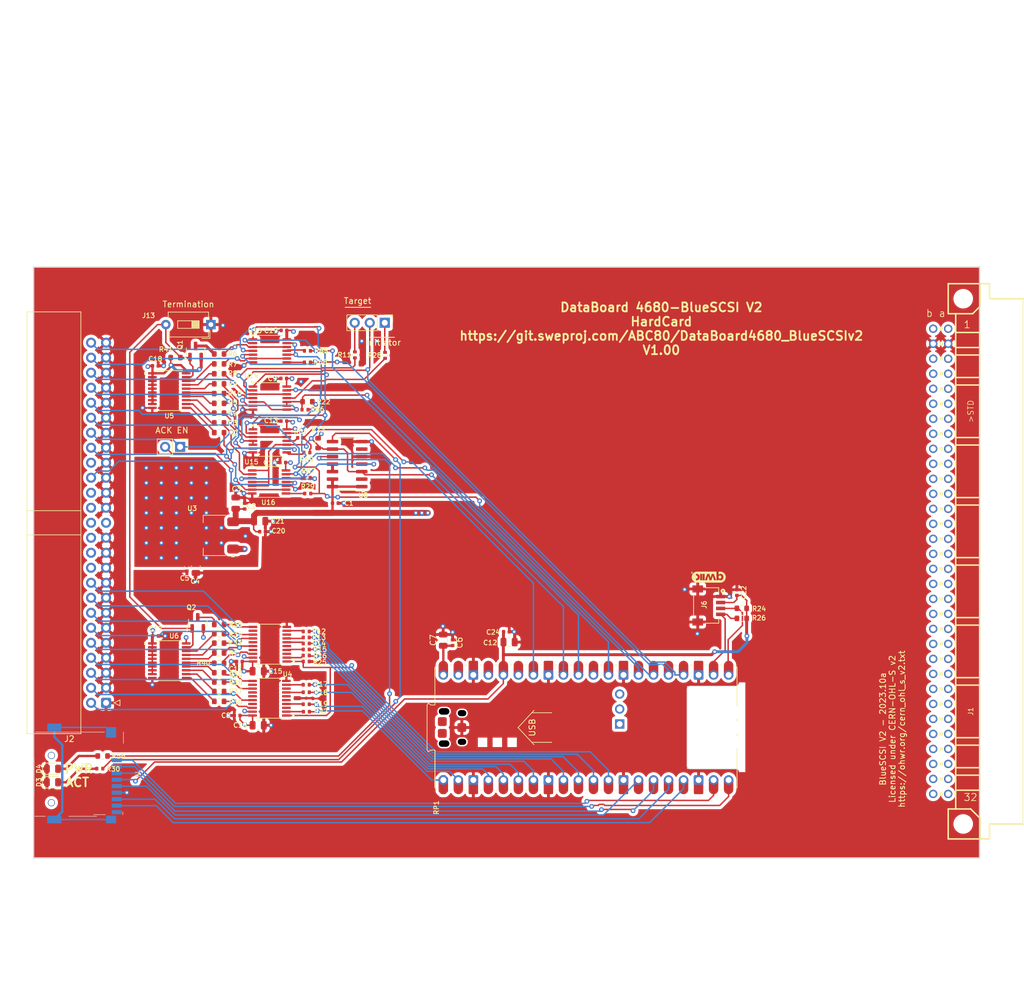
<source format=kicad_pcb>
(kicad_pcb
	(version 20240108)
	(generator "pcbnew")
	(generator_version "8.0")
	(general
		(thickness 1.6)
		(legacy_teardrops no)
	)
	(paper "A4")
	(title_block
		(title "4680-BlueSCSI V2, ")
		(date "2024-12-13")
		(rev "1.00")
		(company "SweProj.com")
	)
	(layers
		(0 "F.Cu" signal)
		(1 "In1.Cu" signal)
		(2 "In2.Cu" signal)
		(31 "B.Cu" signal)
		(32 "B.Adhes" user "B.Adhesive")
		(33 "F.Adhes" user "F.Adhesive")
		(34 "B.Paste" user)
		(35 "F.Paste" user)
		(36 "B.SilkS" user "B.Silkscreen")
		(37 "F.SilkS" user "F.Silkscreen")
		(38 "B.Mask" user)
		(39 "F.Mask" user)
		(40 "Dwgs.User" user "User.Drawings")
		(41 "Cmts.User" user "User.Comments")
		(42 "Eco1.User" user "User.Eco1")
		(43 "Eco2.User" user "User.Eco2")
		(44 "Edge.Cuts" user)
		(45 "Margin" user)
		(46 "B.CrtYd" user "B.Courtyard")
		(47 "F.CrtYd" user "F.Courtyard")
		(48 "B.Fab" user)
		(49 "F.Fab" user)
	)
	(setup
		(stackup
			(layer "F.SilkS"
				(type "Top Silk Screen")
			)
			(layer "F.Paste"
				(type "Top Solder Paste")
			)
			(layer "F.Mask"
				(type "Top Solder Mask")
				(thickness 0.01)
			)
			(layer "F.Cu"
				(type "copper")
				(thickness 0.035)
			)
			(layer "dielectric 1"
				(type "prepreg")
				(thickness 0.1)
				(material "FR4")
				(epsilon_r 4.5)
				(loss_tangent 0.02)
			)
			(layer "In1.Cu"
				(type "copper")
				(thickness 0.035)
			)
			(layer "dielectric 2"
				(type "core")
				(thickness 1.24)
				(material "FR4")
				(epsilon_r 4.5)
				(loss_tangent 0.02)
			)
			(layer "In2.Cu"
				(type "copper")
				(thickness 0.035)
			)
			(layer "dielectric 3"
				(type "prepreg")
				(thickness 0.1)
				(material "FR4")
				(epsilon_r 4.5)
				(loss_tangent 0.02)
			)
			(layer "B.Cu"
				(type "copper")
				(thickness 0.035)
			)
			(layer "B.Mask"
				(type "Bottom Solder Mask")
				(thickness 0.01)
			)
			(layer "B.Paste"
				(type "Bottom Solder Paste")
			)
			(layer "B.SilkS"
				(type "Bottom Silk Screen")
			)
			(copper_finish "None")
			(dielectric_constraints no)
		)
		(pad_to_mask_clearance 0)
		(allow_soldermask_bridges_in_footprints no)
		(aux_axis_origin 100 63.8)
		(pcbplotparams
			(layerselection 0x00010fc_ffffffff)
			(plot_on_all_layers_selection 0x0000000_00000000)
			(disableapertmacros no)
			(usegerberextensions no)
			(usegerberattributes yes)
			(usegerberadvancedattributes yes)
			(creategerberjobfile yes)
			(dashed_line_dash_ratio 12.000000)
			(dashed_line_gap_ratio 3.000000)
			(svgprecision 6)
			(plotframeref no)
			(viasonmask no)
			(mode 1)
			(useauxorigin no)
			(hpglpennumber 1)
			(hpglpenspeed 20)
			(hpglpendiameter 15.000000)
			(pdf_front_fp_property_popups yes)
			(pdf_back_fp_property_popups yes)
			(dxfpolygonmode yes)
			(dxfimperialunits yes)
			(dxfusepcbnewfont yes)
			(psnegative no)
			(psa4output no)
			(plotreference yes)
			(plotvalue yes)
			(plotfptext yes)
			(plotinvisibletext no)
			(sketchpadsonfab no)
			(subtractmaskfromsilk no)
			(outputformat 1)
			(mirror no)
			(drillshape 0)
			(scaleselection 1)
			(outputdirectory "gerber")
		)
	)
	(net 0 "")
	(net 1 "GND")
	(net 2 "+2V8")
	(net 3 "+5V")
	(net 4 "iATN")
	(net 5 "oIO")
	(net 6 "oREQ")
	(net 7 "oSEL")
	(net 8 "oBSY")
	(net 9 "SD_CLK")
	(net 10 "oCD_iSEL")
	(net 11 "ATN")
	(net 12 "BSY")
	(net 13 "DBP")
	(net 14 "ACK")
	(net 15 "RST")
	(net 16 "MSG")
	(net 17 "SEL")
	(net 18 "CD")
	(net 19 "REQ")
	(net 20 "IO")
	(net 21 "DB7")
	(net 22 "DB6")
	(net 23 "DB5")
	(net 24 "DB4")
	(net 25 "DB3")
	(net 26 "DB2")
	(net 27 "DB1")
	(net 28 "DB0")
	(net 29 "+3V3")
	(net 30 "oMSG_iBSY")
	(net 31 "+5F")
	(net 32 "SD_CMD_MOSI")
	(net 33 "DB4T")
	(net 34 "DB5T")
	(net 35 "DB6T")
	(net 36 "DB7T")
	(net 37 "DBPT")
	(net 38 "DB0T")
	(net 39 "DB1T")
	(net 40 "DB3T")
	(net 41 "DB2T")
	(net 42 "SD_D0_MISO")
	(net 43 "DBPTr")
	(net 44 "Net-(D3-A)")
	(net 45 "Net-(D4-A)")
	(net 46 "SD_D1")
	(net 47 "SD_D2")
	(net 48 "unconnected-(J2-Pin_22-Pad22)")
	(net 49 "unconnected-(J2-Pin_20-Pad20)")
	(net 50 "unconnected-(J2-Pin_25-Pad25)")
	(net 51 "SD_D3_CS")
	(net 52 "iRST")
	(net 53 "unconnected-(J2-Pin_24-Pad24)")
	(net 54 "iACK")
	(net 55 "unconnected-(J2-Pin_30-Pad30)")
	(net 56 "unconnected-(J2-Pin_28-Pad28)")
	(net 57 "unconnected-(J2-Pin_34-Pad34)")
	(net 58 "SCL")
	(net 59 "iSEL")
	(net 60 "TRM_ON_J")
	(net 61 "unconnected-(J4-SHIELD-Pad10)")
	(net 62 "unconnected-(J4-CD-Pad9)")
	(net 63 "unconnected-(U8-Pad2)")
	(net 64 "Net-(J10-Pin_3)")
	(net 65 "Net-(J10-Pin_1)")
	(net 66 "Net-(R56-Pad1)")
	(net 67 "Net-(U8-Pad11)")
	(net 68 "Net-(Q1-D)")
	(net 69 "iBSY")
	(net 70 "iCD")
	(net 71 "iMSG")
	(net 72 "iIO")
	(net 73 "oACK")
	(net 74 "iREQ")
	(net 75 "SDA")
	(net 76 "Net-(Q2-D)")
	(net 77 "Net-(U5-B8)")
	(net 78 "Net-(U5-B7)")
	(net 79 "Net-(U5-B6)")
	(net 80 "Net-(U5-B5)")
	(net 81 "Net-(U5-B1)")
	(net 82 "Net-(U5-B2)")
	(net 83 "Net-(U5-B3)")
	(net 84 "Net-(U5-B4)")
	(net 85 "Net-(RP1-G8)")
	(net 86 "Net-(RP1-G7)")
	(net 87 "Net-(RP1-G6)")
	(net 88 "Net-(RP1-G5)")
	(net 89 "Net-(RP1-G4)")
	(net 90 "Net-(RP1-G3)")
	(net 91 "!oBSY")
	(net 92 "Net-(RP1-G2)")
	(net 93 "Net-(RP1-G1)")
	(net 94 "Net-(RP1-G0)")
	(net 95 "Net-(RP1-G28)")
	(net 96 "unconnected-(RP1-ADC_VREF-Pad35)")
	(net 97 "unconnected-(RP1-3v3_EN-Pad37)")
	(net 98 "unconnected-(RP1-VSYS-Pad39)")
	(net 99 "unconnected-(RP1-RUN-Pad30)")
	(net 100 "unconnected-(U4-B5-Pad14)")
	(net 101 "unconnected-(U4-A5-Pad6)")
	(net 102 "USB_DM")
	(net 103 "USB_DP")
	(net 104 "ACKDr")
	(net 105 "Net-(R30-Pad1)")
	(net 106 "unconnected-(U8-Pad6)")
	(net 107 "unconnected-(U4-A2-Pad3)")
	(net 108 "unconnected-(U4-B4-Pad15)")
	(net 109 "unconnected-(U4-A7-Pad8)")
	(net 110 "unconnected-(U4-B2-Pad17)")
	(net 111 "unconnected-(U4-B7-Pad12)")
	(net 112 "unconnected-(U4-A4-Pad5)")
	(net 113 "unconnected-(U9-B7-Pad12)")
	(net 114 "unconnected-(U9-B4-Pad15)")
	(net 115 "unconnected-(U9-A2-Pad3)")
	(net 116 "unconnected-(U9-A7-Pad8)")
	(net 117 "unconnected-(U9-A4-Pad5)")
	(net 118 "unconnected-(U9-B2-Pad17)")
	(net 119 "unconnected-(J1-Pin_b9-PadB9)")
	(net 120 "unconnected-(J1-Pin_a26-PadA26)")
	(net 121 "unconnected-(J1-Pin_b18-PadB18)")
	(net 122 "unconnected-(J1-Pin_b4-PadB4)")
	(net 123 "unconnected-(J1-Pin_a28-PadA28)")
	(net 124 "unconnected-(J1-Pin_b3-PadB3)")
	(net 125 "unconnected-(J1-Pin_a19-PadA19)")
	(net 126 "unconnected-(J1-Pin_a8-PadA8)")
	(net 127 "unconnected-(J1-Pin_a17-PadA17)")
	(net 128 "unconnected-(J1-Pin_a9-PadA9)")
	(net 129 "unconnected-(J1-Pin_a22-PadA22)")
	(net 130 "unconnected-(J1-Pin_a30-PadA30)")
	(net 131 "unconnected-(J1-Pin_b12-PadB12)")
	(net 132 "unconnected-(J1-Pin_b23-PadB23)")
	(net 133 "unconnected-(J1-Pin_a27-PadA27)")
	(net 134 "unconnected-(J1-Pin_b11-PadB11)")
	(net 135 "unconnected-(J1-Pin_a5-PadA5)")
	(net 136 "unconnected-(J1-Pin_a3-PadA3)")
	(net 137 "unconnected-(J1-Pin_a10-PadA10)")
	(net 138 "unconnected-(J1-Pin_a4-PadA4)")
	(net 139 "unconnected-(J1-Pin_a13-PadA13)")
	(net 140 "unconnected-(J1-Pin_b26-PadB26)")
	(net 141 "unconnected-(J1-Pin_b20-PadB20)")
	(net 142 "unconnected-(J1-Pin_b22-PadB22)")
	(net 143 "unconnected-(J1-Pin_b28-PadB28)")
	(net 144 "unconnected-(J1-Pin_a15-PadA15)")
	(net 145 "unconnected-(J1-Pin_b19-PadB19)")
	(net 146 "unconnected-(J1-Pin_a7-PadA7)")
	(net 147 "unconnected-(J1-Pin_b6-PadB6)")
	(net 148 "unconnected-(J1-Pin_a12-PadA12)")
	(net 149 "unconnected-(J1-Pin_b25-PadB25)")
	(net 150 "unconnected-(J1-Pin_b30-PadB30)")
	(net 151 "unconnected-(J1-Pin_b1-PadB1)")
	(net 152 "unconnected-(J1-Pin_b21-PadB21)")
	(net 153 "unconnected-(J1-Pin_a25-PadA25)")
	(net 154 "unconnected-(J1-Pin_b29-PadB29)")
	(net 155 "unconnected-(J1-Pin_b17-PadB17)")
	(net 156 "unconnected-(J1-Pin_b7-PadB7)")
	(net 157 "unconnected-(J1-Pin_a18-PadA18)")
	(net 158 "unconnected-(J1-Pin_a20-PadA20)")
	(net 159 "unconnected-(J1-Pin_b15-PadB15)")
	(net 160 "unconnected-(J1-Pin_b32-PadB32)")
	(net 161 "unconnected-(J1-Pin_b8-PadB8)")
	(net 162 "unconnected-(J1-Pin_a6-PadA6)")
	(net 163 "unconnected-(J1-Pin_a23-PadA23)")
	(net 164 "unconnected-(J1-Pin_b27-PadB27)")
	(net 165 "unconnected-(J1-Pin_a1-PadA1)")
	(net 166 "unconnected-(J1-Pin_b13-PadB13)")
	(net 167 "unconnected-(J1-Pin_b16-PadB16)")
	(net 168 "unconnected-(J1-Pin_a14-PadA14)")
	(net 169 "unconnected-(J1-Pin_b5-PadB5)")
	(net 170 "unconnected-(J1-Pin_a32-PadA32)")
	(net 171 "unconnected-(J1-Pin_b10-PadB10)")
	(net 172 "unconnected-(J1-Pin_a16-PadA16)")
	(net 173 "unconnected-(J1-Pin_b14-PadB14)")
	(net 174 "unconnected-(J1-Pin_a11-PadA11)")
	(net 175 "unconnected-(J1-Pin_a21-PadA21)")
	(net 176 "unconnected-(J1-Pin_b24-PadB24)")
	(net 177 "unconnected-(J1-Pin_a29-PadA29)")
	(net 178 "unconnected-(J1-Pin_a24-PadA24)")
	(net 179 "Net-(U6-B3)")
	(net 180 "Net-(U6-B2)")
	(net 181 "Net-(U6-B1)")
	(net 182 "Net-(U6-B8)")
	(net 183 "Net-(U6-B7)")
	(net 184 "Net-(U6-B6)")
	(net 185 "Net-(U6-B5)")
	(net 186 "Net-(U6-B4)")
	(net 187 "unconnected-(RP1-ADC_VREF-Pad35)_1")
	(net 188 "unconnected-(RP1-VSYS-Pad39)_1")
	(net 189 "unconnected-(RP1-3v3_EN-Pad37)_1")
	(net 190 "unconnected-(RP1-RUN-Pad30)_1")
	(footprint "Capacitor_SMD:C_0805_2012Metric" (layer "F.Cu") (at 114.173 99.949 90))
	(footprint "Capacitor_SMD:C_0805_2012Metric" (layer "F.Cu") (at 107.442 110.81 -90))
	(footprint "Package_TO_SOT_SMD:SOT-223-3_TabPin2" (layer "F.Cu") (at 110.592 105.41 180))
	(footprint "Capacitor_SMD:C_0402_1005Metric" (layer "F.Cu") (at 131.036 99.949))
	(footprint "Capacitor_SMD:C_0402_1005Metric" (layer "F.Cu") (at 115.697 100.457 90))
	(footprint "Capacitor_SMD:C_0402_1005Metric" (layer "F.Cu") (at 105.918 110.97 -90))
	(footprint "Capacitor_SMD:C_0805_2012Metric" (layer "F.Cu") (at 160.4264 123.4694))
	(footprint "Resistor_SMD:R_0402_1005Metric" (layer "F.Cu") (at 126.1384 135.255 180))
	(footprint "Resistor_SMD:R_0603_1608Metric" (layer "F.Cu") (at 91.6686 142.748 180))
	(footprint "Resistor_SMD:R_0402_1005Metric" (layer "F.Cu") (at 125.9078 84.1248 180))
	(footprint "Resistor_SMD:R_0402_1005Metric" (layer "F.Cu") (at 91.186 144.8816 180))
	(footprint "Package_TO_SOT_SMD:SOT-23" (layer "F.Cu") (at 107.3912 74.2927 90))
	(footprint "Resistor_SMD:R_0603_1608Metric" (layer "F.Cu") (at 111.3793 128.6486))
	(footprint "Capacitor_SMD:C_0402_1005Metric" (layer "F.Cu") (at 100.612 122.428))
	(footprint "Resistor_SMD:R_0402_1005Metric" (layer "F.Cu") (at 126.113 125.73 180))
	(footprint "Resistor_SMD:R_0603_1608Metric" (layer "F.Cu") (at 111.379 84.709))
	(footprint "Resistor_SMD:R_0603_1608Metric" (layer "F.Cu") (at 199.788741 117.752345))
	(footprint "Resistor_SMD:R_0402_1005Metric" (layer "F.Cu") (at 126.2614 95.6564))
	(footprint "Connector_IDC:IDC-Header_2x25_P2.54mm_Horizontal" (layer "F.Cu") (at 92.25 133.75 180))
	(footprint "Resistor_SMD:R_0603_1608Metric" (layer "F.Cu") (at 111.3793 123.6448))
	(footprint "Package_SO:TSSOP-20_4.4x6.5mm_P0.65mm" (layer "F.Cu") (at 102.9385 80.895))
	(footprint "Resistor_SMD:R_0603_1608Metric" (layer "F.Cu") (at 111.3831 133.5))
	(footprint "Resistor_SMD:R_0603_1608Metric" (layer "F.Cu") (at 111.379 83.058))
	(footprint "Package_SO:TSSOP-14_4.4x5mm_P0.65mm" (layer "F.Cu") (at 119.9565 82.169))
	(footprint "BlackSASI:FAB64Q"
		(layer "F.Cu")
		(uuid "26208410-b861-443a-96ab-4be8c1b4e911")
		(at 237.25 109.8)
		(descr "<b>DIN 41612 CONNECTOR</b>\n<p>\nMale, 64 pins, type B, rows ab, grid 2.54 mm<br />\nFemale, 64 bits, type Q, rows ab, grid 2.54 mm<br />\nB mates with Q, but pin numbers reversed\n</p>")
		(property "Reference" "J1"
			(at 1.27 25.4 90)
			(layer "F.SilkS")
			(uuid "13087239-ed6a-43c7-b15a-24cec44e09eb")
			(effects
				(font
					(size 0.8 0.8)
					(thickness 0.12065)
				)
			)
		)
		(property "Value" "Conn_02x32_Row_Letter_First"
			(at 1.27 5.1054 90)
			(layer "F.Fab")
			(uuid "6247e465-381f-4619-8f0a-f9e43208278e")
			(effects
				(font
					(size 1.2065 1.2065)
					(thickness 0.12065)
				)
			)
		)
		(property "Footprint" "BlackSASI:FAB64Q"
			(at 0 0 0)
			(layer "F.Fab")
			(hide yes)
			(uuid "d027eda5-0b2f-421a-a229-90d8e6b161e1")
			(effects
				(font
					(size 1.27 1.27)
					(thickness 0.15)
				)
			)
		)
		(property "Datasheet" ""
			(at 0 0 0)
			(layer "F.Fab")
			(hide yes)
			(uuid "20ec8b47-169f-427a-a1cf-5fdfef213965")
			(effects
				(font
					(size 1.27 1.27)
					(thickness 0.15)
				)
			)
		)
		(property "Description" "Generic connector, double row, 02x32, row letter first pin numbering scheme (pin number consists of a letter for the row and a number for the pin index in this row. a1, ..., aN; b1, ..., bN), script generated (kicad-library-utils/schlib/autogen/connector/)"
			(at 0 0 0)
			(layer "F.Fab")
			(hide yes)
			(uuid "f08dad7b-b8e7-42e9-9ba5-c348c261e890")
			(effects
				(font
					(size 1.27 1.27)
					(thickness 0.15)
				)
			)
		)
		(property "JLC Part#" ""
			(at 0 0 0)
			(unlocked yes)
			(layer "F.Fab")
			(hide yes)
			(uuid "19db3a7e-b123-427f-a3fd-8724e1b058f8")
			(effects
				(font
					(size 1 1)
					(thickness 0.15)
				)
			)
		)
		(property ki_fp_filters "Connector*:*_2x??_*")
		(path "/f03a5fc0-9798-4033-842c-4371c8fa3a63/0da800b7-5ded-4613-a609-6dc6dede600b")
		(sheetname "SCSI_And_Power")
		(sheetfile "SCSI_And_Power.kicad_sch")
		(attr through_hole)
		(fp_line
			(start -2.54 -46.99)
			(end -2.54 -41.91)
			(stroke
				(width 0.254)
				(type solid)
			)
			(layer "F.SilkS")
			(uuid "7fe355ae-2b60-419b-8ca9-7b773909a919")
		)
		(fp_line
			(start -2.54 -41.91)
			(end -1.27 -41.91)
			(stroke
				(width 0.254)
				(type solid)
			)
			(layer "F.SilkS")
			(uuid "ca1eea0f-6eec-4e05-80d6-f9e06a356ad1")
		)
		(fp_line
			(start -2.54 41.91)
			(end -2.54 46.99)
			(stroke
				(width 0.254)
				(type solid)
			)
			(layer "F.SilkS")
			(uuid "747409f7-f7e6-403b-8eb1-5e72662ec4c1")
		)
		(fp_line
			(start -2.54 41.91)
			(end -1.27 41.91)
			(stroke
				(width 0.254)
				(type solid)
			)
			(layer "F.SilkS")
			(uuid "9d42bcf1-305e-4df9-9642-4a9807f0269d")
		)
		(fp_line
			(start -2.54 46.99)
			(end 2.8702 46.99)
			(stroke
				(width 0.254)
				(type solid)
			)
			(layer "F.SilkS")
			(uuid "3e519f2c-1d97-4dc1-b426-e217a2f6715a")
		)
		(fp_line
			(start -1.27 -41.91)
			(end -1.27 -38.735)
			(stroke
				(width 0.254)
				(type solid)
			)
			(layer "F.SilkS")
			(uuid "c29f44a0-7057-40a5-8b1b-3f708fc410d9")
		)
		(fp_line
			(start -1.27 -41.91)
			(end 1.6002 -41.91)
			(stroke
				(width 0.254)
				(type solid)
			)
			(layer "F.SilkS")
			(uuid "5e33f08f-357a-45af-be65-18a5f560d149")
		)
		(fp_line
			(start -1.27 -38.735)
			(end -1.27 -36.195)
			(stroke
				(width 0.254)
				(type solid)
			)
			(layer "F.SilkS")
			(uuid "a8d1c501-979d-45c0-a2d5-c4c5b1bffe42")
		)
		(fp_line
			(start -1.27 -36.195)
			(end -1.27 -34.925)
			(stroke
				(width 0.254)
				(type solid)
			)
			(layer "F.SilkS")
			(uuid "f1031821-08fa-43c6-a8ec-9ad6491f88ee")
		)
		(fp_line
			(start -1.27 -34.925)
			(end -1.27 -31.115)
			(stroke
				(width 0.254)
				(type solid)
			)
			(layer "F.SilkS")
			(uuid "9a4aa2cb-8636-47b9-9dc5-22e90707da90")
		)
		(fp_line
			(start -1.27 -31.115)
			(end -1.27 -29.845)
			(stroke
				(width 0.254)
				(type solid)
			)
			(layer "F.SilkS")
			(uuid "14b5d4bd-ef60-445b-9e3a-ff45b7e111f5")
		)
		(fp_line
			(start -1.27 -29.845)
			(end -1.27 -20.955)
			(stroke
				(width 0.254)
				(type solid)
			)
			(layer "F.SilkS")
			(uuid "020b770c-6288-4c35-a64d-cff6006c4bd6")
		)
		(fp_line
			(start -1.27 -20.955)
			(end -1.27 -19.685)
			(stroke
				(width 0.254)
				(type solid)
			)
			(layer "F.SilkS")
			(uuid "2a344c93-ff9a-4149-8601-597681d1c130")
		)
		(fp_line
			(start -1.27 -19.685)
			(end -1.27 -10.795)
			(stroke
				(width 0.254)
				(type solid)
			)
			(layer "F.SilkS")
			(uuid "3551ea3d-4a5a-4e7a-a9d1-e6cead56cfad")
		)
		(fp_line
			(start -1.27 -10.795)
			(end -1.27 -9.525)
			(stroke
				(width 0.254)
				(type solid)
			)
			(layer "F.SilkS")
			(uuid "c742c6fa-fe37-41fd-aa9c-94d9784ff366")
		)
		(fp_line
			(start -1.27 -9.525)
			(end -1.27 -0.635)
			(stroke
				(width 0.254)
				(type solid)
			)
			(layer "F.SilkS")
			(uuid "40802b4a-bde8-4270-b283-d48de14e2940")
		)
		(fp_line
			(start -1.27 -0.635)
			(end -1.27 0.635)
			(stroke
				(width 0.254)
				(type solid)
			)
			(layer "F.SilkS")
			(uuid "7e5e78a6-db3e-4d72-adea-da016d8b50b7")
		)
		(fp_line
			(start -1.27 0.635)
			(end -1.27 9.525)
			(stroke
				(width 0.254)
				(type solid)
			)
			(layer "F.SilkS")
			(uuid "ea9317b7-fbb6-45ef-9734-2d7e2d0c1c4b")
		)
		(fp_line
			(start -1.27 9.525)
			(end -1.27 10.795)
			(stroke
				(width 0.254)
				(type solid)
			)
			(layer "F.SilkS")
			(uuid "6ef6cc35-22ff-456b-b5ca-3e8989abc4aa")
		)
		(fp_line
			(start -1.27 10.795)
			(end -1.27 19.685)
			(stroke
				(width 0.254)
				(type solid)
			)
			(layer "F.SilkS")
			(uuid "c0acbf16-6105-4222-82c0-f139af1464df")
		)
		(fp_line
			(start -1.27 19.685)
			(end -1.27 20.955)
			(stroke
				(width 0.254)
				(type solid)
			)
			(layer "F.SilkS")
			(uuid "ca96b7e3-84a6-425e-99c0-0ce1c647a6e8")
		)
		(fp_line
			(start -1.27 20.955)
			(end -1.27 29.845)
			(stroke
				(width 0.254)
				(type solid)
			)
			(layer "F.SilkS")
			(uuid "330dbb8a-4b18-4a61-a1f3-037b91e215dc")
		)
		(fp_line
			(start -1.27 29.845)
			(end -1.27 31.115)
			(stroke
				(width 0.254)
				(type solid)
			)
			(layer "F.SilkS")
			(uuid "5fdf6a28-2b27-4159-81b7-ece58a025484")
		)
		(fp_line
			(start -1.27 31.115)
			(end -1.27 34.925)
			(stroke
				(width 0.254)
				(type solid)
			)
			(layer "F.SilkS")
			(uuid "a8229095-8e57-453a-8daa-5478505adf88")
		)
		(fp_line
			(start -1.27 34.925)
			(end -1.27 36.195)
			(stroke
				(width 0.254)
				(type solid)
			)
			(layer "F.SilkS")
			(uuid "9c3dcb23-dd18-4d3b-b295-374cc9954177")
		)
		(fp_line
			(start -1.27 36.195)
			(end -1.27 38.735)
			(stroke
				(width 0.254)
				(type solid)
			)
			(layer "F.SilkS")
			(uuid "11cd697a-6a19-477f-9092-fa42d0667cb8")
		)
		(fp_line
			(start -1.27 38.735)
			(end -1.27 41.91)
			(stroke
				(width 0.254)
				(type solid)
			)
			(layer "F.SilkS")
			(uuid "9b79be80-9070-4cf0-9b6c-38c0df5055cf")
		)
		(fp_line
			(start -1.27 41.91)
			(end 1.27 41.91)
			(stroke
				(width 0.254)
				(type solid)
			)
			(layer "F.SilkS")
			(uuid "1c46a719-d2b7-48f8-8b81-4ec08943bb79")
		)
		(fp_line
			(start 1.6002 -41.91)
			(end 2.8702 -43.18)
			(stroke
				(width 0.254)
				(type solid)
			)
			(layer "F.SilkS")
			(uuid "3c7a5e40-d751-48d1-9673-51392235952d")
		)
		(fp_line
			(start 2.794 -38.735)
			(end -1.27 -38.735)
			(stroke
				(width 0.254)
				(type solid)
			)
			(layer "F.SilkS")
			(uuid "68ca1535-9261-4efd-ad33-3c9298c72c97")
		)
		(fp_line
			(start 2.794 -38.735)
			(end 2.794 -36.195)
			(stroke
				(width 0.254)
				(type solid)
			)
			(layer "F.SilkS")
			(uuid "93d99937-4db7-46c9-a190-ef6e94f0e64e")
		)
		(fp_line
			(start 2.794 -36.195)
			(end -1.27 -36.195)
			(stroke
				(width 0.254)
				(type solid)
			)
			(layer "F.SilkS")
			(uuid "0bddc830-6382-4a58-acc2-8bbe88aedcbd")
		)
		(fp_line
			(start 2.794 -34.925)
			(end -1.27 -34.925)
			(stroke
				(width 0.254)
				(type solid)
			)
			(layer "F.SilkS")
			(uuid "55824bad-f6dc-45d6-9473-ae95904cd953")
		)
		(fp_line
			(start 2.794 -34.925)
			(end 2.794 -31.115)
			(stroke
				(width 0.254)
				(type solid)
			)
			(layer "F.SilkS")
			(uuid "013d383d-67b6-40f0-a5e6-8e72efd64702")
		)
		(fp_line
			(start 2.794 -31.115)
			(end -1.27 -31.115)
			(stroke
				(width 0.254)
				(type solid)
			)
			(layer "F.SilkS")
			(uuid "6cdb74f4-6802-4a22-b292-4f763b027661")
		)
		(fp_line
			(start 2.794 -29.845)
			(end -1.27 -29.845)
			(stroke
				(width 0.254)
				(type solid)
			)
			(layer "F.SilkS")
			(uuid "6d195c0a-c6b4-43ec-9385-cc27946e430f")
		)
		(fp_line
			(start 2.794 -29.845)
			(end 2.794 -20.955)
			(stroke
				(width 0.254)
				(type solid)
			)
			(layer "F.SilkS")
			(uuid "6c872904-2ec4-45bc-ab7f-1f7ec00fde5a")
		)
		(fp_line
			(start 2.794 -20.955)
			(end -1.27 -20.955)
			(stroke
				(width 0.254)
				(type solid)
			)
			(layer "F.SilkS")
			(uuid "689f1c0b-2b17-441f-8c9e-39f6ffbf693a")
		)
		(fp_line
			(start 2.794 -19.685)
			(end -1.27 -19.685)
			(stroke
				(width 0.254)
				(type solid)
			)
			(layer "F.SilkS")
			(uuid "24bb3102-572c-4d1c-9d25-68b2681b9739")
		)
		(fp_line
			(start 2.794 -19.685)
			(end 2.794 -10.795)
			(stroke
				(width 0.254)
				(type solid)
			)
			(layer "F.SilkS")
			(uuid "e2118888-8a24-4b1b-ab1d-84b68ac0f39a")
		)
		(fp_line
			(start 2.794 -10.795)
			(end -1.27 -10.795)
			(stroke
				(width 0.254)
				(type solid)
			)
			(layer "F.SilkS")
			(uuid "3fc71316-f997-4172-80b6-37c595c434cf")
		)
		(fp_line
			(start 2.794 -9.525)
			(end -1.27 -9.525)
			(stroke
				(width 0.254)
				(type solid)
			)
			(layer "F.SilkS")
			(uuid "61ccc254-1e50-4750-8b03-738a1ac652a4")
		)
		(fp_line
			(start 2.794 -9.525)
			(end 2.794 -0.635)
			(stroke
				(width 0.254)
				(type solid)
			)
			(layer "F.SilkS")
			(uuid "52a6bcc5-3aaf-4952-bad4-efc5c1b55344")
		)
		(fp_line
			(start 2.794 -0.635)
			(end -1.27 -0.635)
			(stroke
				(width 0.254)
				(type solid)
			)
			(layer "F.SilkS")
			(uuid "e83e3a9f-7c28-4fec-b426-63f479d77671")
		)
		(fp_line
			(start 2.794 0.635)
			(end -1.27 0.635)
			(stroke
				(width 0.254)
				(type solid)
			)
			(layer "F.SilkS")
			(uuid "92a2884d-a2bf-4eb4-a201-06aa63c126de")
		)
		(fp_line
			(start 2.794 0.635)
			(end 2.794 9.525)
			(stroke
				(width 0.254)
				(type solid)
			)
			(layer "F.SilkS")
			(uuid "b8574c7f-c44e-4fec-a696-ff4dbee517b5")
		)
		(fp_line
			(start 2.794 9.525)
			(end -1.27 9.525)
			(stroke
				(width 0.254)
				(type solid)
			)
			(layer "F.SilkS")
			(uuid "c46228b6-7b29-4579-a7ee-4c8152738428")
		)
		(fp_line
			(start 2.794 10.795)
			(end -1.27 10.795)
			(stroke
				(width 0.254)
				(type solid)
			)
			(layer "F.SilkS")
			(uuid "de80f79b-4205-4091-8116-30e6df6c0c1a")
		)
		(fp_line
			(start 2.794 10.795)
			(end 2.794 19.685)
			(stroke
				(width 0.254)
				(type solid)
			)
			(layer "F.SilkS")
			(uuid "05627e56-bbdf-4ee4-8bdb-2e5ebc14362e")
		)
		(fp_line
			(start 2.794 19.685)
			(end -1.27 19.685)
			(stroke
				(width 0.254)
				(type solid)
			)
			(layer "F.SilkS")
			(uuid "2b1fe4c1-610a-4cf2-8968-98e3f8f2297e")
		)
		(fp_line
			(start 2.794 20.955)
			(end -1.27 20.955)
			(stroke
				(width 0.254)
				(type solid)
			)
			(layer "F.SilkS")
			(uuid "3e3a18aa-eed5-4fa4-a364-5f1d07cb675b")
		)
		(fp_line
			(start 2.794 20.955)
			(end 2.794 29.845)
			(stroke
				(width 0.254)
				(type solid)
			)
			(layer "F.SilkS")
			(uuid "543e681b-53f9-4210-b717-ffc7b9d635af")
		)
		(fp_line
			(start 2.794 29.845)
			(end -1.27 29.845)
			(stroke
				(width 0.254)
				(type solid)
			)
			(layer "F.SilkS")
			(uuid "e7c3cca8-c65f-4cd8-8196-7c1dfd0377d8")
		)
		(fp_line
			(start 2.794 31.115)
			(end -1.27 31.115)
			(stroke
				(width 0.254)
				(type solid)
			)
			(layer "F.SilkS")
			(uuid "9497d1cb-95d7-4aa0-a530-4be000a8cc0d")
		)
		(fp_line
			(start 2.794 31.115)
			(end 2.794 34.925)
			(stroke
				(width 0.254)
				(type solid)
			)
			(layer "F.SilkS")
			(uuid "45eb00da-c09d-473a-bd8d-3cb78bb74aa9")
		)
		(fp_line
			(start 2.794 34.925)
			(end -1.27 34.925)
			(stroke
				(width 0.254)
				(type solid)
			)
			(layer "F.SilkS")
			(uuid "e0edd9a1-59d1-44b0-bb94-d6d8239984c3")
		)
		(fp_line
			(start 2.794 36.195)
			(end -1.27 36.195)
			(stroke
				(width 0.254)
				(type solid)
			)
			(layer "F.SilkS")
			(uuid "f2896169-8e41-4390-a888-a9e7a65ef6d5")
		)
		(fp_line
			(start 2.794 36.195)
			(end 2.794 38.735)
			(stroke
				(width 0.254)
				(type solid)
			)
			(layer "F.SilkS")
			(uuid "373eec37-a790-4669-8468-ce8556bad29b")
		)
		(fp_line
			(start 2.794 38.735)
			(end -1.27 38.735)
			(stroke
				(width 0.254)
				(type solid)
			)
			(layer "F.SilkS")
			(uuid "5fe06bb1-21c5-4f09-ba32-4f43d333198b")
		)
		(fp_line
			(start 2.794 50.0126)
			(end 2.794 -50.0126)
			(stroke
				(width 0.12)
				(type solid)
			)
			(layer "F.SilkS")
			(uuid "2f6da1a4-b087-474f-899c-9c0f0d191682")
		)
		(fp_line
			(start 2.8702 -46.99)
			(end -2.54 -46.99)
			(stroke
				(width 0.254)
				(type solid)
			)
			(layer "F.SilkS")
			(uuid "e087bc04-9ed9-44d3-9eee-6b1506d90c16")
		)
		(fp_line
			(start 2.8702 -43.18)
			(end 2.8702 -46.99)
			(stroke
				(width 0.254)
				(type solid)
			)
			(layer "F.SilkS")
			(uuid "e45100a3-ad86-44da-9755-4bd83fc098a3")
		)
		(fp_line
			(start 2.8702 43.5102)
			(end 1.27 41.91)
			(stroke
				(width 0.254)
				(type solid)
			)
			(layer "F.SilkS")
			(uuid "2038847f-e0e4-4fa9-b5a7-0fa481e0c396")
		)
		(fp_line
			(start 2.8702 43.5102)
			(end 2.8702 46.99)
			(stroke
				(width 0.254)
				(type solid)
			)
			(layer "F.SilkS")
			(uuid "a7e6f98d-c6e0-4296-b20e-2e55d4ce2492")
		)
		(fp_line
			(start 2.8702 46.99)
			(end 4.445 46.99)
			(stroke
				(width 0.254)
				(type solid)
			)
			(layer "F.SilkS")
			(uuid "2e6df4de-7da2-488f-a682-d2816290f0e5")
		)
		(fp_line
			(start 4.445 -46.99)
			(end 2.8702 -46.99)
			(stroke
				(width 0.254)
				(type solid)
			)
			(layer "F.SilkS")
			(uuid "a5cff852-192d-4a28-8ee3-35be4d64236e")
		)
		(fp_line
			(start 4.445 -44.45)
			(end 4.445 -46.99)
			(stroke
				(width 0.254)
				(type solid)
			)
			(layer "F.SilkS")
			(uuid "c1ba7f98-1abb-458b-89ea-8ab8853b1e3a")
		)
		(fp_line
			(start 4.445 44.45)
			(end 10.16 44.45)
			(stroke
				(width 0.254)
				(type solid)
			)
			(layer "F.SilkS")
			(uuid "bf3a9abd-cc45-443e-b159-9c0020e2dd45")
		)
		(fp_line
			(start 4.445 46.99)
			(end 4.445 44.45)
			(stroke
				(width 0.254)
				(type solid)
			)
			(layer "F.SilkS")
			(uuid "4845cc1e-fbe1-4db1-8065-b3a59339efc6")
		)
		(fp_line
			(start 10.16 -44.45)
			(end 4.445 -44.45)
			(stroke
				(width 0.254)
				(type solid)
			)
			(layer "F.SilkS")
			(uuid "57f0b5f6-945b-433b-b255-94845596ec53")
		)
		(fp_line
			(start 10.16 44.45)
			(end 10.16 -44.45)
			(stroke
				(width 0.254)
				(type solid)
			)
			(layer "F.SilkS")
			(uuid "abc8892c-a38a-474c-9383-5712a75279f8")
		)
		(fp_circle
			(center 0 -44.45)
			(end 1.27 -44.45)
			(stroke
				(width 0.254)
				(type solid)
			)
			(fill none)
			(layer "F.SilkS")
			(uuid "0384e95f-b817-4fce-b670-596013b251c1")
		)
		(fp_circle
			(center 0 44.45)
			(end 1.27 44.45)
			(stroke
				(width 0.254)
				(type solid)
			)
			(fill none)
			(layer "F.SilkS")
			(uuid "bc197296-be97-4188-b31a-4765fffc8da7")
		)
		(fp_poly
			(pts
				(xy -4.191 -39.116) (xy -3.429 -39.116) (xy -3.429 -39.624) (xy -4.191 -39.624)
			)
			(stroke
				(width 0)
				(type solid)
			)
			(fill solid)
			(layer "F.SilkS")
			(uuid "cfed0a5a-e5a1-4ecb-9ac3-fa0b53f6680f")
		)
		(fp_poly
			(pts
				(xy -4.191 -36.576) (xy -3.429 -36.576) (xy -3.429 -37.084) (xy -4.191 -37.084)
			)
			(stroke
				(width 0)
				(type solid)
			)
			(fill solid)
			(layer "F.SilkS")
			(uuid "fff05cc0-bc44-495a-acd4-e1c850513e5d")
		)
		(fp_poly
			(pts
				(xy -4.191 -34.036) (xy -3.429 -34.036) (xy -3.429 -34.544) (xy -4.191 -34.544)
			)
			(stroke
				(width 0)
				(type solid)
			)
			(fill solid)
			(layer "F.SilkS")
			(uuid "756bc392-a319-41f8-949a-44f46ce46f59")
		)
		(fp_poly
			(pts
				(xy -4.191 -31.496) (xy -3.429 -31.496) (xy -3.429 -32.004) (xy -4.191 -32.004)
			)
			(stroke
				(width 0)
				(type solid)
			)
			(fill solid)
			(layer "F.SilkS")
			(uuid "54c521e8-670b-4b3e-a5d6-1934970a1771")
		)
		(fp_poly
			(pts
				(xy -4.191 -28.956) (xy -3.429 -28.956) (xy -3.429 -29.464) (xy -4.191 -29.464)
			)
			(stroke
				(width 0)
				(type solid)
			)
			(fill solid)
			(layer "F.SilkS")
			(uuid "23c9f790-0f57-4ec9-8cce-601fd01800c2")
		)
		(fp_poly
			(pts
				(xy -4.191 -26.416) (xy -3.429 -26.416) (xy -3.429 -26.924) (xy -4.191 -26.924)
			)
			(stroke
				(width 0)
				(type solid)
			)
			(fill solid)
			(layer "F.SilkS")
			(uuid "4a797197-9f15-4c65-8c33-433987a8ad6e")
		)
		(fp_poly
			(pts
				(xy -4.191 -23.876) (xy -3.429 -23.876) (xy -3.429 -24.384) (xy -4.191 -24.384)
			)
			(stroke
				(width 0)
				(type solid)
			)
			(fill solid)
			(layer "F.SilkS")
			(uuid "9a598164-3961-4fa6-a42c-aae4a22bda37")
		)
		(fp_poly
			(pts
				(xy -4.191 -21.336) (xy -3.429 -21.336) (xy -3.429 -21.844) (xy -4.191 -21.844)
			)
			(stroke
				(width 0)
				(type solid)
			)
			(fill solid)
			(layer "F.SilkS")
			(uuid "b03c16e8-1399-487b-8c1a-3e40a9372f1f")
		)
		(fp_poly
			(pts
				(xy -4.191 -18.796) (xy -3.429 -18.796) (xy -3.429 -19.304) (xy -4.191 -19.304)
			)
			(stroke
				(width 0)
				(type solid)
			)
			(fill solid)
			(layer "F.SilkS")
			(uuid "5c556d2c-ea83-49a3-a433-d9915ce5722f")
		)
		(fp_poly
			(pts
				(xy -4.191 -16.256) (xy -3.429 -16.256) (xy -3.429 -16.764) (xy -4.191 -16.764)
			)
			(stroke
				(width 0)
				(type solid)
			)
			(fill solid)
			(layer "F.SilkS")
			(uuid "1ad594cd-9d37-4030-91fc-d33c511b04ad")
		)
		(fp_poly
			(pts
				(xy -4.191 -13.716) (xy -3.429 -13.716) (xy -3.429 -14.224) (xy -4.191 -14.224)
			)
			(stroke
				(width 0)
				(type solid)
			)
			(fill solid)
			(layer "F.SilkS")
			(uuid "fd6e869f-ff83-4e3d-90e2-3215758f2ba6")
		)
		(fp_poly
			(pts
				(xy -4.191 -11.176) (xy -3.429 -11.176) (xy -3.429 -11.684) (xy -4.191 -11.684)
			)
			(stroke
				(width 0)
				(type solid)
			)
			(fill solid)
			(layer "F.SilkS")
			(uuid "0df4f498-a6f0-4536-966c-94c2816936c5")
		)
		(fp_poly
			(pts
				(xy -4.191 -8.636) (xy -3.429 -8.636) (xy -3.429 -9.144) (xy -4.191 -9.144)
			)
			(stroke
				(width 0)
				(type solid)
			)
			(fill solid)
			(layer "F.SilkS")
			(uuid "ec4ab9eb-a71a-45bf-94a4-4084a4073678")
		)
		(fp_poly
			(pts
				(xy -4.191 -6.096) (xy -3.429 -6.096) (xy -3.429 -6.604) (xy -4.191 -6.604)
			)
			(stroke
				(width 0)
				(type solid)
			)
			(fill solid)
			(layer "F.SilkS")
			(uuid "46da58b4-4f1a-4336-94fb-4e57e3630de0")
		)
		(fp_poly
			(pts
				(xy -4.191 -3.556) (xy -3.429 -3.556) (xy -3.429 -4.064) (xy -4.191 -4.064)
			)
			(stroke
				(width 0)
				(type solid)
			)
			(fill solid)
			(layer "F.SilkS")
			(uuid "33c6b068-8e36-4b9b-9c97-9e20eb62cff6")
		)
		(fp_poly
			(pts
				(xy -4.191 -1.016) (xy -3.429 -1.016) (xy -3.429 -1.524) (xy -4.191 -1.524)
			)
			(stroke
				(width 0)
				(type solid)
			)
			(fill solid)
			(layer "F.SilkS")
			(uuid "b156e0ef-0309-4b15-9bda-f56a1ef37688")
		)
		(fp_poly
			(pts
				(xy -4.191 1.524) (xy -3.429 1.524) (xy -3.429 1.016) (xy -4.191 1.016)
			)
			(stroke
				(width 0)
				(type solid)
			)
			(fill solid)
			(layer "F.SilkS")
			(uuid "663b9166-8708-4062-b82f-89a4d86c247b")
		)
		(fp_poly
			(pts
				(xy -4.191 4.064) (xy -3.429 4.064) (xy -3.429 3.556) (xy -4.191 3.556)
			)
			(stroke
				(width 0)
				(type solid)
			)
			(fill solid)
			(layer "F.SilkS")
			(uuid "26ee9e88-eb4b-48a6-b3fd-20316d735a03")
		)
		(fp_poly
			(pts
				(xy -4.191 6.604) (xy -3.429 6.604) (xy -3.429 6.096) (xy -4.191 6.096)
			)
			(stroke
				(width 0)
				(type solid)
			)
			(fill solid)
			(layer "F.SilkS")
			(uuid "5bd22dfd-4066-4e94-b273-69eb096a7940")
		)
		(fp_poly
			(pts
				(xy -4.191 9.144) (xy -3.429 9.144) (xy -3.429 8.636) (xy -4.191 8.636)
			)
			(stroke
				(width 0)
				(type solid)
			)
			(fill solid)
			(layer "F.SilkS")
			(uuid "f56b86f4-b0c0-42f8-839a-0bd677a77e23")
		)
		(fp_poly
			(pts
				(xy -4.191 11.684) (xy -3.429 11.684) (xy -3.429 11.176) (xy -4.191 11.176)
			)
			(stroke
				(width 0)
				(type solid)
			)
			(fill solid)
			(layer "F.SilkS")
			(uuid "9f64ab02-b0bd-4902-9062-503b70213721")
		)
		(fp_poly
			(pts
				(xy -4.191 14.224) (xy -3.429 14.224) (xy -3.429 13.716) (xy -4.191 13.716)
			)
			(stroke
				(width 0)
				(type solid)
			)
			(fill solid)
			(layer "F.SilkS")
			(uuid "0b1cdcc7-c7da-445d-9cbf-8fd33cc042b2")
		)
		(fp_poly
			(pts
				(xy -4.191 16.764) (xy -3.429 16.764) (xy -3.429 16.256) (xy -4.191 16.256)
			)
			(stroke
				(width 0)
				(type solid)
			)
			(fill solid)
			(layer "F.SilkS")
			(uuid "2c050c16-48fc-457f-b017-34af5c29b51b")
		)
		(fp_poly
			(pts
				(xy -4.191 19.304) (xy -3.429 19.304) (xy -3.429 18.796) (xy -4.191 18.796)
			)
			(stroke
				(width 0)
				(type solid)
			)
			(fill solid)
			(layer "F.SilkS")
			(uuid "ba535179-8df8-4d67-84a8-fa4cb0f064de")
		)
		(fp_poly
			(pts
				(xy -4.191 21.844) (xy -3.429 21.844) (xy -3.429 21.336) (xy -4.191 21.336)
			)
			(stroke
				(width 0)
				(type solid)
			)
			(fill solid)
			(layer "F.SilkS")
			(uuid "243698c6-e129-4b49-ac38-d8dd615f6a5b")
		)
		(fp_poly
			(pts
				(xy -4.191 24.384) (xy -3.429 24.384) (xy -3.429 23.876) (xy -4.191 23.876)
			)
			(stroke
				(width 0)
				(type solid)
			)
			(fill solid)
			(layer "F.SilkS")
			(uuid "4bae73d7-5cf8-4b8e-875e-f86c72c26f1a")
		)
		(fp_poly
			(pts
				(xy -4.191 26.924) (xy -3.429 26.924) (xy -3.429 26.416) (xy -4.191 26.416)
			)
			(stroke
				(width 0)
				(type solid)
			)
			(fill solid)
			(layer "F.SilkS")
			(uuid "612cb10f-44b7-4ca7-b618-4a0ae8127ec3")
		)
		(fp_poly
			(pts
				(xy -4.191 29.464) (xy -3.429 29.464) (xy -3.429 28.956) (xy -4.191 28.956)
			)
			(stroke
				(width 0)
				(type solid)
			)
			(fill solid)
			(layer "F.SilkS")
			(uuid "44930c6c-f7a1-4bcb-972e-f5a0b6a0bf33")
		)
		(fp_poly
			(pts
				(xy -4.191 32.004) (xy -3.429 32.004) (xy -3.429 31.496) (xy -4.191 31.496)
			)
			(stroke
				(width 0)
				(type solid)
			)
			(fill solid)
			(layer "F.SilkS")
			(uuid "11bb1f97-21d9-4e1c-bbfa-861b9a960652")
		)
		(fp_poly
			(pts
				(xy -4.191 34.544) (xy -3.429 34.544) (xy -3.429 34.036) (xy -4.191 34.036)
			)
			(stroke
				(width 0)
				(type solid)
			)
			(fill solid)
			(layer "F.SilkS")
			(uuid "e6828d35-10fd-4c45-9d3c-05e4e5a0facc")
		)
		(fp_poly
			(pts
				(xy -4.191 37.084) (xy -3.429 37.084) (xy -3.429 36.576) (xy -4.191 36.576)
			)
			(stroke
				(width 0)
				(type solid)
			)
			(fill solid)
			(layer "F.SilkS")
			(uuid "a2e4bd5c-4fa8-424e-af9e-8863f4e264fb")
		)
		(fp_poly
			(pts
				(xy -4.191 39.624) (xy -3.429 39.624) (xy -3.429 39.116) (xy -4.191 39.116)
			)
			(stroke
				(width 0)
				(type solid)
			)
			(fill solid)
			(layer "F.SilkS")
			(uuid "f566c6b7-2195-43e5-aaa9-14f240aae64a")
		)
		(fp_poly
			(pts
				(xy -1.651 -39.116) (xy -1.27 -39.116) (xy -1.27 -39.624) (xy -1.651 -39.624)
			)
			(stroke
				(width 0)
				(type solid)
			)
			(fill solid)
			(layer "F.SilkS")
			(uuid "395fd501-3b5d-412b-9b89-52991bf15bc9")
		)
		(fp_poly
			(pts
				(xy -1.651 -36.576) (xy -1.27 -36.576) (xy -1.27 -37.084) (xy -1.651 -37.084)
			)
			(stroke
				(width 0)
				(type solid)
			)
			(fill solid)
			(layer "F.SilkS")
			(uuid "7826e645-c7c8-41d0-8698-8c58ae00fb53")
		)
		(fp_poly
			(pts
				(xy -1.651 -34.036) (xy -1.27 -34.036) (xy -1.27 -34.544) (xy -1.651 -34.544)
			)
			(stroke
				(width 0)
				(type solid)
			)
			(fill solid)
			(layer "F.SilkS")
			(uuid "3439f572-d1cb-4390-8a3f-87f20ecc1b45")
		)
		(fp_poly
			(pts
				(xy -1.651 -31.496) (xy -1.27 -31.496) (xy -1.27 -32.004) (xy -1.651 -32.004)
			)
			(stroke
				(width 0)
				(type solid)
			)
			(fill solid)
			(layer "F.SilkS")
			(uuid "2a7a6df4-b0bf-4f65-b7e9-963ff1f7c48c")
		)
		(fp_poly
			(pts
				(xy -1.651 -28.956) (xy -1.27 -28.956) (xy -1.27 -29.464) (xy -1.651 -29.464)
			)
			(stroke
				(width 0)
				(type solid)
			)
			(fill solid)
			(layer "F.SilkS")
			(uuid "53db0935-9c7d-4f56-a7d4-a0e373e1413c")
		)
		(fp_poly
			(pts
				(xy -1.651 -26.416) (xy -1.27 -26.416) (xy -1.27 -26.924) (xy -1.651 -26.924)
			)
			(stroke
				(width 0)
				(type solid)
			)
			(fill solid)
			(layer "F.SilkS")
			(uuid "9857f927-4067-437c-bf6f-8b926eb8e074")
		)
		(fp_poly
			(pts
				(xy -1.651 -23.876) (xy -1.27 -23.876) (xy -1.27 -24.384) (xy -1.651 -24.384)
			)
			(stroke
				(width 0)
				(type solid)
			)
			(fill solid)
			(layer "F.SilkS")
			(uuid "5acebe4a-ae6f-4bf7-9aad-750086cfd306")
		)
		(fp_poly
			(pts
				(xy -1.651 -21.336) (xy -1.27 -21.336) (xy -1.27 -21.844) (xy -1.651 -21.844)
			)
			(stroke
				(width 0)
				(type solid)
			)
			(fill solid)
			(layer "F.SilkS")
			(uuid "70f59de6-3818-4762-a421-1e6e387bc0a5")
		)
		(fp_poly
			(pts
				(xy -1.651 -18.796) (xy -1.27 -18.796) (xy -1.27 -19.304) (xy -1.651 -19.304)
			)
			(stroke
				(width 0)
				(type solid)
			)
			(fill solid)
			(layer "F.SilkS")
			(uuid "d5f7cd03-5e79-4f4e-adef-a8c121cc10a9")
		)
		(fp_poly
			(pts
				(xy -1.651 -16.256) (xy -1.27 -16.256) (xy -1.27 -16.764) (xy -1.651 -16.764)
			)
			(stroke
				(width 0)
				(type solid)
			)
			(fill solid)
			(layer "F.SilkS")
			(uuid "467e9f92-b275-4774-8e62-5f20f93c7eff")
		)
		(fp_poly
			(pts
				(xy -1.651 -13.716) (xy -1.27 -13.716) (xy -1.27 -14.224) (xy -1.651 -14.224)
			)
			(stroke
				(width 0)
				(type solid)
			)
			(fill solid)
			(layer "F.SilkS")
			(uuid "a997b0d2-7e1a-4527-a020-ec49c1b475f5")
		)
		(fp_poly
			(pts
				(xy -1.651 -11.176) (xy -1.27 -11.176) (xy -1.27 -11.684) (xy -1.651 -11.684)
			)
			(stroke
				(width 0)
				(type solid)
			)
			(fill solid)
			(layer "F.SilkS")
			(uuid "6547dfd8-435b-41e9-a847-85a6fe2c56fe")
		)
		(fp_poly
			(pts
				(xy -1.651 -8.636) (xy -1.27 -8.636) (xy -1.27 -9.144) (xy -1.651 -9.144)
			)
			(stroke
				(width 0)
				(type solid)
			)
			(fill solid)
			(layer "F.SilkS")
			(uuid "dded1af4-f57a-4673-9be2-51a272cfbe3a")
		)
		(fp_poly
			(pts
				(xy -1.651 -6.096) (xy -1.27 -6.096) (xy -1.27 -6.604) (xy -1.651 -6.604)
			)
			(stroke
				(width 0)
				(type solid)
			)
			(fill solid)
			(layer "F.SilkS")
			(uuid "fe27b8db-a476-42e5-a09b-29b2d60bb0eb")
		)
		(fp_poly
			(pts
				(xy -1.651 -3.556) (xy -1.27 -3.556) (xy -1.27 -4.064) (xy -1.651 -4.064)
			)
			(stroke
				(width 0)
				(type solid)
			)
			(fill solid)
			(layer "F.SilkS")
			(uuid "1408a7b9-492a-4ac8-a03d-e8fa181787ce")
		)
		(fp_poly
			(pts
				(xy -1.651 -1.016) (xy -1.27 -1.016) (xy -1.27 -1.524) (xy -1.651 -1.524)
			)
			(stroke
				(width 0)
				(type solid)
			)
			(fill solid)
			(layer "F.SilkS")
			(uuid "d7995567-713d-4c32-8a3d-b4672025231c")
		)
		(fp_poly
			(pts
				(xy -1.651 1.524) (xy -1.27 1.524) (xy -1.27 1.016) (xy -1.651 1.016)
			)
			(stroke
				(width 0)
				(type solid)
			)
			(fill solid)
			(layer "F.SilkS")
			(uuid "cc7be812-ce29-445d-8908-12916898b0b4")
		)
		(fp_poly
			(pts
				(xy -1.651 4.064) (xy -1.27 4.064) (xy -1.27 3.556) (xy -1.651 3.556)
			)
			(stroke
				(width 0)
				(type solid)
			)
			(fill solid)
			(layer "F.SilkS")
			(uuid "f25f0e0e-7222-4e31-83e3-34fb190f6357")
		)
		(fp_poly
			(pts
				(xy -1.651 6.604) (xy -1.27 6.604) (xy -1.27 6.096) (xy -1.651 6.096)
			)
			(stroke
				(width 0)
				(type solid)
			)
			(fill solid)
			(layer "F.SilkS")
			(uuid "a447ed87-d79b-41d2-94ef-803221b9271d")
		)
		(fp_poly
			(pts
				(xy -1.651 9.144) (xy -1.27 9.144) (xy -1.27 8.636) (xy -1.651 8.636)
			)
			(stroke
				(width 0)
				(type solid)
			)
			(fill solid)
			(layer "F.SilkS")
			(uuid "6c942cb3-3a3b-4448-96c1-e1f8fe2f6483")
		)
		(fp_poly
			(pts
				(xy -1.651 11.684) (xy -1.27 11.684) (xy -1.27 11.176) (xy -1.651 11.176)
			)
			(stroke
				(width 0)
				(type solid)
			)
			(fill solid)
			(layer "F.SilkS")
			(uuid "7358c7c0-4307-4671-af17-f9cf369990d7")
		)
		(fp_poly
			(pts
				(xy -1.651 14.224) (xy -1.27 14.224) (xy -1.27 13.716) (xy -1.651 13.716)
			)
			(stroke
				(width 0)
				(type solid)
			)
			(fill solid)
			(layer "F.SilkS")
			(uuid "b255bda8-5a23-41de-85f6-0c3b48cfa2e9")
		)
		(fp_poly
			(pts
				(xy -1.651 16.764) (xy -1.27 16.764) (xy -1.27 16.256) (xy -1.651 16.256)
			)
			(stroke
				(width 0)
				(type solid)
			)
			(fill solid)
			(layer "F.SilkS")
			(uuid "516d881a-b496-435d-8c25-ca9dc99b920b")
		)
		(fp_poly
			(pts
				(xy -1.651 19.304) (xy -1.27 19.304) (xy -1.27 18.796) (xy -1.651 18.796)
			)
			(stroke
				(width 0)
				(type solid)
			)
			(fill solid)
			(layer "F.SilkS")
			(uuid "24f2efc7-0218-4e29-b79d-84249e6aaa02")
		)
		(fp_poly
			(pts
				(xy -1.651 21.844) (xy -1.27 21.844) (xy -1.27 21.336) (xy -1.651 21.336)
			)
			(stroke
				(width 0)
				(type solid)
			)
			(fill solid)
			(layer "F.SilkS")
			(uuid "47f62589-b44a-49a4-8387-70d410b2c6b3")
		)
		(fp_poly
			(pts
				(xy -1.651 24.384) (xy -1.27 24.384) (xy -1.27 23.876) (xy -1.651 23.876)
			)
			(stroke
				(width 0)
				(type solid)
			)
			(fill solid)
			(layer "F.SilkS")
			(uuid "35c5670f-c862-4638-a828-66e1bb10b1fa")
		)
		(fp_poly
			(pts
				(xy -1.651 26.924) (xy -1.27 26.924) (xy -1.27 26.416) (xy -1.651 26.416)
			)
			(stroke
				(width 0)
				(type solid)
			)
			(fill solid)
			(layer "F.SilkS")
			(uuid "7d112092-6b89-4a05-846d-aba402e9f324")
		)
		(fp_poly
			(pts
				(xy -1.651 29.464) (xy -1.27 29.464) (xy -1.27 28.956) (xy -1.651 28.956)
			)
			(stroke
				(width 0)
				(type solid)
			)
			(fill solid)
			(layer "F.SilkS")
			(uuid "201c1804-574f-463a-b69c-6f073ace60aa")
		)
		(fp_poly
			(pts
				(xy -1.651 32.004) (xy -1.27 32.004) (xy -1.27 31.496) (xy -1.651 31.496)
			)
			(stroke
				(width 0)
				(type solid)
			)
			(fill solid)
			(layer "F.SilkS")
			(uuid "02b7263a-c7d2-4b24-b517-61550141a11e")
		)
		(fp_poly
			(pts
				(xy -1.651 34.544) (xy -1.27 34.544) (xy -1.27 34.036) (xy -1.651 34.036)
			)
			(stroke
				(width 0)
				(type solid)
			)
			(fill solid)
			(layer "F.SilkS")
			(uuid "a0644569-4b9c-47a4-b689-0bf2bfe6d402")
		)
		(fp_poly
			(pts
				(xy -1.651 37.084) (xy -1.27 37.084) (xy -1.27 36.576) (xy -1.651 36.576)
			)
			(stroke
				(width 0)
				(type solid)
			)
			(fill solid)
			(layer "F.SilkS")
			(uuid "7756b020-2581-4d95-bf7b-2c9b47bb4cdb")
		)
		(fp_poly
			(pts
				(xy -1.651 39.624) (xy -1.27 39.624) (xy -1.27 39.116) (xy -1.651 39.116)
			)
			(stroke
				(width 0)
				(type solid)
			)
			(fill solid)
			(layer "F.SilkS")
			(uuid "b42d9ef8-e719-4568-8c97-8da0d6dc3105")
		)
		(fp_poly
			(pts
				(xy -5.334 -39.116) (xy -4.191 -39.116) (xy -4.191 -39.624) (xy -5.334 -39.624)
			)
			(stroke
				(width 0)
				(type solid)
			)
			(fill solid)
			(layer "F.Fab")
			(uuid "1f820e94-fa13-4217-b69f-b45cc05ac980")
		)
		(fp_poly
			(pts
				(xy -5.334 -36.576) (xy -4.191 -36.576) (xy -4.191 -37.084) (xy -5.334 -37.084)
			)
			(stroke
				(width 0)
				(type solid)
			)
			(fill solid)
			(layer "F.Fab")
			(uuid "351e6353-0d6b-4b1d-bae9-19e524213e6f")
		)
		(fp_poly
			(pts
				(xy -5.334 -34.036) (xy -4.191 -34.036) (xy -4.191 -34.544) (xy -5.334 -34.544)
			)
			(stroke
				(width 0)
				(type solid)
			)
			(fill solid)
			(layer "F.Fab")
			(uuid "52571083-1bfe-41ff-9460-247dda65e05d")
		)
		(fp_poly
			(pts
				(xy -5.334 -31.496) (xy -4.191 -31.496) (xy -4.191 -32.004) (xy -5.334 -32.004)
			)
			(stroke
				(width 0)
				(type solid)
			)
			(fill solid)
			(layer "F.Fab")
			(uuid "871f1b26-194f-4ee2-b6e5-c2c3d2a7519c")
		)
		(fp_poly
			(pts
				(xy -5.334 -28.956) (xy -4.191 -28.956) (xy -4.191 -29.464) (xy -5.334 -29.464)
			)
			(stroke
				(width 0)
				(type solid)
			)
			(fill solid)
			(layer "F.Fab")
			(uuid "660ae1ab-e0bd-4ce9-8c15-d32432245d02")
		)
		(fp_poly
			(pts
				(xy -5.334 -26.416) (xy -4.191 -26.416) (xy -4.191 -26.924) (xy -5.334 -26.924)
			)
			(stroke
				(width 0)
				(type solid)
			)
			(fill solid)
			(layer "F.Fab")
			(uuid "8f1b9e6d-04c2-446d-aba8-03cd883d03ae")
		)
		(fp_poly
			(pts
				(xy -5.334 -23.876) (xy -4.191 -23.876) (xy -4.191 -24.384) (xy -5.334 -24.384)
			)
			(stroke
				(width 0)
				(type solid)
			)
			(fill solid)
			(layer "F.Fab")
			(uuid "8e3a5df0-77fa-44e1-9313-200adcf38660")
		)
		(fp_poly
			(pts
				(xy -5.334 -21.336) (xy -4.191 -21.336) (xy -4.191 -21.844) (xy -5.334 -21.844)
			)
			(stroke
				(width 0)
				(type solid)
			)
			(fill solid)
			(layer "F.Fab")
			(uuid "9069fedc-02f5-4495-85a1-4651e460a328")
		)
		(fp_poly
			(pts
				(xy -5.334 -18.796) (xy -4.191 -18.796) (xy -4.191 -19.304) (xy -5.334 -19.304)
			)
			(stroke
				(width 0)
				(type solid)
			)
			(fill solid)
			(layer "F.Fab")
			(uuid "fb41574a-a340-4999-a961-2eb04bc366b4")
		)
		(fp_poly
			(pts
				(xy -5.334 -16.256) (xy -4.191 -16.256) (xy -4.191 -16.764) (xy -5.334 -16.764)
			)
			(stroke
				(width 0)
				(type solid)
			)
			(fill solid)
			(layer "F.Fab")
			(uuid "df074d6e-284c-45ad-8b0f-eb70b4c5819b")
		)
		(fp_poly
			(pts
				(xy -5.334 -13.716) (xy -4.191 -13.716) (xy -4.191 -14.224) (xy -5.334 -14.224)
			)
			(stroke
				(width 0)
				(type solid)
			)
			(fill solid)
			(layer "F.Fab")
			(uuid "f9a88336-c2ac-42b2-b486-55383dc58a41")
		)
		(fp_poly
			(pts
				(xy -5.334 -11.176) (xy -4.191 -11.176) (xy -4.191 -11.684) (xy -5.334 -11.684)
			)
			(stroke
				(width 0)
				(type solid)
			)
			(fill solid)
			(layer "F.Fab")
			(uuid "24cb355b-789f-411e-a7f8-f97ade46133e")
		)
		(fp_poly
			(pts
				(xy -5.334 -8.636) (xy -4.191 -8.636) (xy -4.191 -9.144) (xy -5.334 -9.144)
			)
			(stroke
				(width 0)
				(type solid)
			)
			(fill solid)
			(layer "F.Fab")
			(uuid "8eb0cff8-8d28-4671-b0f2-64ed9ac8b4b4")
		)
		(fp_poly
			(pts
				(xy -5.334 -6.096) (xy -4.191 -6.096) (xy -4.191 -6.604) (xy -5.334 -6.604)
			)
			(stroke
				(width 0)
				(type solid)
			)
			(fill solid)
			(layer "F.Fab")
			(uuid "74a5d987-2b0e-475f-93c1-61cc1fd399b4")
		)
		(fp_poly
			(pts
				(xy -5.334 -3.556) (xy -4.191 -3.556) (xy -4.191 -4.064) (xy -5.334 -4.064)
			)
			(stroke
				(width 0)
				(type solid)
			)
			(fill solid)
			(layer "F.Fab")
			(uuid "f3b331c6-30d9-46b0-bd4b-2c64408aaf81")
		)
		(fp_poly
			(pts
				(xy -5.334 -1.016) (xy -4.191 -1.016) (xy -4.191 -1.524) (xy -5.334 -1.524)
			)
			(stroke
				(width 0)
				(type solid)
			)
			(fill solid)
			(layer "F.Fab")
			(uuid "88316b80-eb19-483f-8ae0-29d80d08741e")
		)
		(fp_poly
			(pts
				(xy -5.334 1.524) (xy -4.191 1.524) (xy -4.191 1.016) (xy -5.334 1.016)
			)
			(stroke
				(width 0)
				(type solid)
			)
			(fill solid)
			(layer "F.Fab")
			(uuid "2447b6cf-77cc-416f-82cb-2271f687a4a2")
		)
		(fp_poly
			(pts
				(xy -5.334 4.064) (xy -4.191 4.064) (xy -4.191 3.556) (xy -5.334 3.556)
			)
			(stroke
				(width 0)
				(type solid)
			)
			(fill solid)
			(layer "F.Fab")
			(uuid "48407e59-e116-4e52-8923-343f5bcc9c5e")
		)
		(fp_poly
			(pts
				(xy -5.334 6.604) (xy -4.191 6.604) (xy -4.191 6.096) (xy -5.334 6.096)
			)
			(stroke
				(width 0)
				(type solid)
			)
			(fill solid)
			(layer "F.Fab")
			(uuid "efff19a7-d45a-428d-9d7d-288d6039467d")
		)
		(fp_poly
			(pts
				(xy -5.334 9.144) (xy -4.191 9.144) (xy -4.191 8.636) (xy -5.334 8.636)
			)
			(stroke
				(width 0)
				(type solid)
			)
			(fill solid)
			(layer "F.Fab")
			(uuid "22d62e8d-2716-4c5d-a1c8-fc6642ec779a")
		)
		(fp_poly
			(pts
				(xy -5.334 11.684) (xy -4.191 11.684) (xy -4.191 11.176) (xy -5.334 11.176)
			)
			(stroke
				(width 0)
				(type solid)
			)
			(fill solid)
			(layer "F.Fab")
			(uuid "2ab9bef3-4817-4138-8c20-11577074f48f")
		)
		(fp_poly
			(pts
				(xy -5.334 14.224) (xy -4.191 14.224) (xy -4.191 13.716) (xy -5.334 13.716)
			)
			(stroke
				(width 0)
				(type solid)
			)
			(fill solid)
			(layer "F.Fab")
			(uuid "8180f11d-fd03-4861-924b-2cd831af358d")
		)
		(fp_poly
			(pts
				(xy -5.334 16.764) (xy -4.191 16.764) (xy -4.191 16.256) (xy -5.334 16.256)
			)
			(stroke
				(width 0)
				(type solid)
			)
			(fill solid)
			(layer "F.Fab")
			(uuid "75b89012-5ec5-4698-9aa7-98389c4c74d9")
		)
		(fp_poly
			(pts
				(xy -5.334 19.304) (xy -4.191 19.304) (xy -4.191 18.796) (xy -5.334 18.796)
			)
			(stroke
				(width 0)
				(type solid)
			)
			(fill solid)
			(layer "F.Fab")
			(uuid "75e47b27-1bd4-40c9-96ed-b6656baf3ff8")
		)
		(fp_poly
			(pts
				(xy -5.334 21.844) (xy -4.191 21.844) (xy -4.191 21.336) (xy -5.334 21.336)
			)
			(stroke
				(width 0)
				(type solid)
			)
			(fill solid)
			(layer "F.Fab")
			(uuid "70673295-ed5e-4265-93c9-3e61084e55c6")
		)
		(fp_poly
			(pts
				(xy -5.334 24.384) (xy -4.191 24.384) (xy -4.191 23.876) (xy -5.334 23.876)
			)
			(stroke
				(width 0)
				(type solid)
			)
			(fill solid)
			(layer "F.Fab")
			(uuid "abbf43c2-6f6b-47af-81bc-144d077f8f87")
		)
		(fp_poly
			(pts
				(xy -5.334 26.924) (xy -4.191 26.924) (xy -4.191 26.416) (xy -5.334 26.416)
			)
			(stroke
				(width 0)
				(type solid)
			)
			(fill solid)
			(layer "F.Fab")
			(uuid "99651488-cee7-4abd-8e11-674d39a2896b")
		)
		(fp_poly
			(pts
				(xy -5.334 29.464) (xy -4.191 29.464) (xy -4.191 28.956) (xy -5.334 28.956)
			)
			(stroke
				(width 0)
				(type solid)
			)
			(fill solid)
			(layer "F.Fab")
			(uuid "1aacbb7d-6c11-417d-b0de-3727fcacf578")
		)
		(fp_poly
			(pts
				(xy -5.334 32.004) (xy -4.191 32.004) (xy -4.191 31.496) (xy -5.334 31.496)
			)
			(stroke
				(width 0)
				(type solid)
			)
			(fill solid)
			(layer "F.Fab")
			(uuid "e5e0c91f-901f-4758-95b7-357a79544689")
		)
		(fp_poly
			(pts
				(xy -5.334 34.544) (xy -4.191 34.544) (xy -4.191 34.036) (xy -5.334 34.036)
			)
			(stroke
				(width 0)
				(type solid)
			)
			(fill solid)
			(layer "F.Fab")
			(uuid "3f53e522-c2f4-42c3-93c5-0033c01982cc")
		)
		(fp_poly
			(pts
				(xy -5.334 37.084) (xy -4.191 37.084) (xy
... [1677989 chars truncated]
</source>
